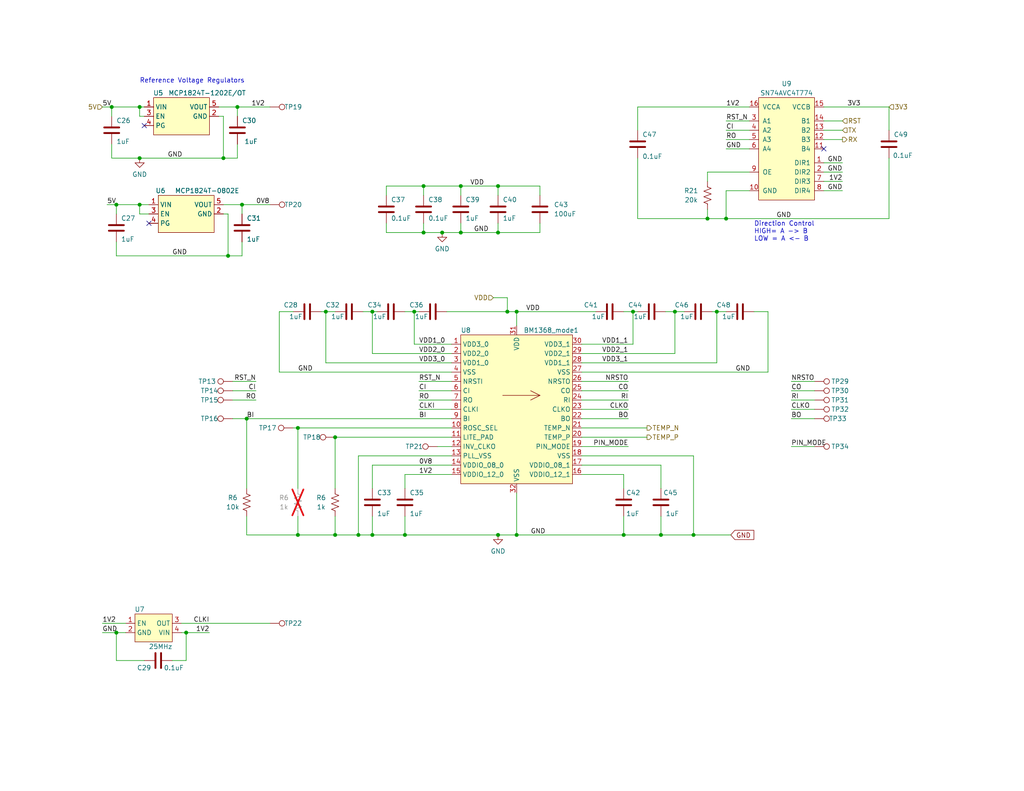
<source format=kicad_sch>
(kicad_sch (version 20231120) (generator "eeschema") (generator_version "8.0")
  (paper "A")
  (title_block (title "bitaxeSupra") (date "2024-04-07") (rev "402"))
  (lib_symbols
    (symbol "Connector:TestPoint" (pin_numbers hide) (pin_names (offset 0.762) hide)
      (property "Reference" "TP" (at 0 6.858 0))
      (property "Value" "TestPoint" (at 0 5.08 0))
      (symbol "TestPoint_0_1"
        (circle (center 0 3.302) (radius 0.762))
      )
      (symbol "TestPoint_1_1"
        (pin passive line (at 0 0 90) (length 2.54) (name "1") (number "1"))
      )
    )
    (symbol "Device:C" (pin_numbers hide) (pin_names (offset 0.254))
      (property "Reference" "C" (at 0.635 2.54 0))
      (property "Value" "C" (at 0.635 -2.54 0))
      (symbol "C_0_1"
        (polyline (pts (xy -2.032 -0.762) (xy 2.032 -0.762)) (stroke (width 0.508)))
        (polyline (pts (xy -2.032 0.762) (xy 2.032 0.762)) (stroke (width 0.508)))
      )
      (symbol "C_1_1"
        (pin passive line (at 0 3.81 270) (length 2.794) (name "~") (number "1"))
        (pin passive line (at 0 -3.81 90) (length 2.794) (name "~") (number "2"))
      )
    )
    (symbol "Device:R_US" (pin_numbers hide) (pin_names (offset 0))
      (property "Reference" "R" (at 2.54 0 90))
      (property "Value" "R_US" (at -2.54 0 90))
      (symbol "R_US_0_1"
        (polyline (pts (xy 0 -2.286) (xy 0 -2.54)))
        (polyline (pts (xy 0 2.286) (xy 0 2.54)))
        (polyline (pts (xy 0 -0.762) (xy 1.016 -1.143) (xy 0 -1.524) (xy -1.016 -1.905) (xy 0 -2.286)))
        (polyline (pts (xy 0 0.762) (xy 1.016 0.381) (xy 0 0) (xy -1.016 -0.381) (xy 0 -0.762)))
        (polyline (pts (xy 0 2.286) (xy 1.016 1.905) (xy 0 1.524) (xy -1.016 1.143) (xy 0 0.762)))
      )
      (symbol "R_US_1_1"
        (pin passive line (at 0 3.81 270) (length 1.27) (name "~") (number "1"))
        (pin passive line (at 0 -3.81 90) (length 1.27) (name "~") (number "2"))
      )
    )
    (symbol "MCP1824_1"
      (property "Reference" "U" (at -7.62 5.08 0))
      (property "Value" "MCP1824_1" (at 5.08 5.08 0))
      (symbol "MCP1824_1_0_1"
        (rectangle (start -7.62 3.81) (end 7.62 -6.35) (stroke (width 0.1524)) (fill (type background)))
      )
      (symbol "MCP1824_1_1_0"
        (pin bidirectional line (at -10.16 1.27 0) (length 2.54) (name "VIN") (number "1"))
        (pin bidirectional line (at 10.16 -1.27 180) (length 2.54) (name "GND") (number "2"))
        (pin bidirectional line (at -10.16 -1.27 0) (length 2.54) (name "EN") (number "3"))
        (pin bidirectional line (at -10.16 -3.81 0) (length 2.54) (name "PG") (number "4"))
        (pin bidirectional line (at 10.16 1.27 180) (length 2.54) (name "VOUT") (number "5"))
      )
    )
    (symbol "bitaxe:BM1368_mode1"
      (property "Reference" "U4" (at -15.24 21.59 0))
      (property "Value" "BM1368_mode1" (at 1.905 21.59 0))
      (symbol "BM1368_mode1_0_1"
        (rectangle (start -15.24 20.32) (end 15.24 -20.32) (fill (type background)))
        (polyline (pts (xy -3.81 3.81) (xy 6.35 3.81)))
        (polyline (pts (xy 3.81 2.54) (xy 6.35 3.81)))
        (polyline (pts (xy 3.81 5.08) (xy 6.35 3.81)))
      )
      (symbol "BM1368_mode1_1_1"
        (pin power_in line (at -17.78 17.78 0) (length 2.54) (name "VDD3_0") (number "1"))
        (pin unspecified line (at -17.78 -5.08 0) (length 2.54) (name "ROSC_SEL") (number "10"))
        (pin unspecified line (at -17.78 -7.62 0) (length 2.54) (name "LITE_PAD") (number "11"))
        (pin unspecified line (at -17.78 -10.16 0) (length 2.54) (name "INV_CLKO") (number "12"))
        (pin power_in line (at -17.78 -12.7 0) (length 2.54) (name "PLL_VSS") (number "13"))
        (pin power_in line (at -17.78 -15.24 0) (length 2.54) (name "VDDIO_08_0") (number "14"))
        (pin power_in line (at -17.78 -17.78 0) (length 2.54) (name "VDDIO_12_0") (number "15"))
        (pin power_in line (at 17.78 -17.78 180) (length 2.54) (name "VDDIO_12_1") (number "16"))
        (pin power_in line (at 17.78 -15.24 180) (length 2.54) (name "VDDIO_08_1") (number "17"))
        (pin power_in line (at 17.78 -12.7 180) (length 2.54) (name "VSS") (number "18"))
        (pin input line (at 17.78 -10.16 180) (length 2.54) (name "PIN_MODE") (number "19"))
        (pin power_in line (at -17.78 15.24 0) (length 2.54) (name "VDD2_0") (number "2"))
        (pin unspecified line (at 17.78 -7.62 180) (length 2.54) (name "TEMP_P") (number "20"))
        (pin unspecified line (at 17.78 -5.08 180) (length 2.54) (name "TEMP_N") (number "21"))
        (pin output line (at 17.78 -2.54 180) (length 2.54) (name "BO") (number "22"))
        (pin output line (at 17.78 0 180) (length 2.54) (name "CLKO") (number "23"))
        (pin input line (at 17.78 2.54 180) (length 2.54) (name "RI") (number "24"))
        (pin output line (at 17.78 5.08 180) (length 2.54) (name "CO") (number "25"))
        (pin output line (at 17.78 7.62 180) (length 2.54) (name "NRSTO") (number "26"))
        (pin power_in line (at 17.78 10.16 180) (length 2.54) (name "VSS") (number "27"))
        (pin power_in line (at 17.78 12.7 180) (length 2.54) (name "VDD1_1") (number "28"))
        (pin power_in line (at 17.78 15.24 180) (length 2.54) (name "VDD2_1") (number "29"))
        (pin power_in line (at -17.78 12.7 0) (length 2.54) (name "VDD1_0") (number "3"))
        (pin power_in line (at 17.78 17.78 180) (length 2.54) (name "VDD3_1") (number "30"))
        (pin power_in line (at 0 22.86 270) (length 2.54) (name "VDD") (number "31"))
        (pin power_in line (at 0 -22.86 90) (length 2.54) (name "VSS") (number "32"))
        (pin power_in line (at -17.78 10.16 0) (length 2.54) (name "VSS") (number "4"))
        (pin input line (at -17.78 7.62 0) (length 2.54) (name "NRSTI") (number "5"))
        (pin input line (at -17.78 5.08 0) (length 2.54) (name "CI") (number "6"))
        (pin output line (at -17.78 2.54 0) (length 2.54) (name "RO") (number "7"))
        (pin input line (at -17.78 0 0) (length 2.54) (name "CLKI") (number "8"))
        (pin input line (at -17.78 -2.54 0) (length 2.54) (name "BI") (number "9"))
      )
    )
    (symbol "bitaxe:MCP1824"
      (property "Reference" "U" (at -7.62 5.08 0))
      (property "Value" "MCP1824" (at 5.08 5.08 0))
      (symbol "MCP1824_0_1"
        (rectangle (start -7.62 3.81) (end 7.62 -6.35) (stroke (width 0.1524)) (fill (type background)))
      )
      (symbol "MCP1824_1_0"
        (pin bidirectional line (at -10.16 1.27 0) (length 2.54) (name "VIN") (number "1"))
        (pin bidirectional line (at 10.16 -1.27 180) (length 2.54) (name "GND") (number "2"))
        (pin bidirectional line (at -10.16 -1.27 0) (length 2.54) (name "EN") (number "3"))
        (pin bidirectional line (at -10.16 -3.81 0) (length 2.54) (name "PG") (number "4"))
        (pin bidirectional line (at 10.16 1.27 180) (length 2.54) (name "VOUT") (number "5"))
      )
    )
    (symbol "bitaxe:SN74AVC4T774" (pin_names (offset 1.016))
      (property "Reference" "U" (at -6.35 12.7 0))
      (property "Value" "SN74AVC4T774" (at -7.62 -19.05 0))
      (symbol "SN74AVC4T774_0_0"
        (rectangle (start -7.62 11.43) (end 7.62 -16.51) (stroke (width 0.1524)) (fill (type background)))
      )
      (symbol "SN74AVC4T774_1_0"
        (pin input line (at 10.16 -6.35 180) (length 2.54) (name "DIR1") (number "1"))
        (pin power_in line (at -10.16 -13.97 0) (length 2.54) (name "GND") (number "10"))
        (pin bidirectional line (at 10.16 -2.54 180) (length 2.54) (name "B4") (number "11"))
        (pin bidirectional line (at 10.16 0 180) (length 2.54) (name "B3") (number "12"))
        (pin bidirectional line (at 10.16 2.54 180) (length 2.54) (name "B2") (number "13"))
        (pin bidirectional line (at 10.16 5.08 180) (length 2.54) (name "B1") (number "14"))
        (pin power_in line (at 10.16 8.89 180) (length 2.54) (name "VCCB") (number "15"))
        (pin power_in line (at -10.16 8.89 0) (length 2.54) (name "VCCA") (number "16"))
        (pin input line (at 10.16 -8.89 180) (length 2.54) (name "DIR2") (number "2"))
        (pin bidirectional line (at -10.16 5.08 0) (length 2.54) (name "A1") (number "3"))
        (pin bidirectional line (at -10.16 2.54 0) (length 2.54) (name "A2") (number "4"))
        (pin bidirectional line (at -10.16 0 0) (length 2.54) (name "A3") (number "5"))
        (pin bidirectional line (at -10.16 -2.54 0) (length 2.54) (name "A4") (number "6"))
        (pin input line (at 10.16 -11.43 180) (length 2.54) (name "DIR3") (number "7"))
        (pin input line (at 10.16 -13.97 180) (length 2.54) (name "DIR4") (number "8"))
        (pin input line (at -10.16 -8.89 0) (length 2.54) (name "OE") (number "9"))
      )
    )
    (symbol "bitaxe:oscillator"
      (property "Reference" "U" (at -3.81 5.08 0))
      (property "Value" "oscillator" (at 0 -5.08 0))
      (symbol "oscillator_0_1"
        (rectangle (start -5.08 3.81) (end 5.08 -3.81) (stroke (width 0.1524)) (fill (type background)))
      )
      (symbol "oscillator_1_0"
        (pin bidirectional line (at -7.62 1.27 0) (length 2.54) (name "EN") (number "1"))
        (pin bidirectional line (at -7.62 -1.27 0) (length 2.54) (name "GND") (number "2"))
        (pin bidirectional line (at 7.62 1.27 180) (length 2.54) (name "OUT") (number "3"))
        (pin bidirectional line (at 7.62 -1.27 180) (length 2.54) (name "VIN") (number "4"))
      )
    )
    (symbol "power:GND" (power) (pin_names (offset 0))
      (property "Value" "GND" (at 0 -3.81 0))
      (symbol "GND_0_1"
        (polyline (pts (xy 0 0) (xy 0 -1.27) (xy 1.27 -1.27) (xy 0 -2.54) (xy -1.27 -1.27) (xy 0 -1.27)))
      )
      (symbol "GND_1_1"
        (pin power_in line (at 0 0 270) (length 0) hide (name "GND") (number "1"))
      )
    )
  )
  (junction (at 180.34 146.05))
  (junction (at 184.15 85.09))
  (junction (at 115.57 63.5) (diameter 0.9144))
  (junction (at 38.1 43.18))
  (junction (at 67.31 114.3))
  (junction (at 30.48 29.21) (diameter 0.9144))
  (junction (at 125.73 50.8) (diameter 0.9144))
  (junction (at 135.89 50.8))
  (junction (at 38.1 55.88))
  (junction (at 135.89 63.5))
  (junction (at 81.28 116.84))
  (junction (at 120.65 63.5))
  (junction (at 62.23 69.85) (diameter 0.9144))
  (junction (at 101.6 85.09))
  (junction (at 101.6 146.05))
  (junction (at 91.44 119.38))
  (junction (at 113.03 85.09))
  (junction (at 97.79 146.05))
  (junction (at 110.49 146.05))
  (junction (at 64.77 29.21) (diameter 0.9144))
  (junction (at 189.23 146.05))
  (junction (at 50.8 172.72))
  (junction (at 138.43 85.09))
  (junction (at 135.89 146.05))
  (junction (at 91.44 146.05))
  (junction (at 31.75 55.88) (diameter 0.9144))
  (junction (at 125.73 63.5) (diameter 0.9144))
  (junction (at 198.12 59.69))
  (junction (at 170.18 146.05))
  (junction (at 172.72 85.09))
  (junction (at 81.28 146.05))
  (junction (at 60.96 43.18) (diameter 0.9144))
  (junction (at 195.58 85.09))
  (junction (at 38.1 29.21))
  (junction (at 88.9 85.09))
  (junction (at 193.04 59.69))
  (junction (at 140.97 85.09))
  (junction (at 31.75 172.72))
  (junction (at 115.57 50.8) (diameter 0.9144))
  (junction (at 140.97 146.05))
  (junction (at 66.04 55.88) (diameter 0.9144))
  (no_connect (at 40.64 60.96))
  (no_connect (at 224.79 40.64))
  (no_connect (at 39.37 34.29))
  (wire (pts (xy 31.75 180.34) (xy 31.75 172.72)))
  (wire (pts (xy 180.34 146.05) (xy 189.23 146.05)))
  (wire (pts (xy 101.6 127) (xy 123.19 127)))
  (wire (pts (xy 105.41 60.96) (xy 105.41 63.5)))
  (wire (pts (xy 110.49 129.54) (xy 110.49 133.35)))
  (wire (pts (xy 242.57 29.21) (xy 242.57 35.56)))
  (wire (pts (xy 88.9 99.06) (xy 88.9 85.09)))
  (wire (pts (xy 198.12 59.69) (xy 242.57 59.69)))
  (wire (pts (xy 140.97 134.62) (xy 140.97 146.05)))
  (wire (pts (xy 134.62 81.28) (xy 138.43 81.28)))
  (wire (pts (xy 91.44 140.97) (xy 91.44 146.05)))
  (wire (pts (xy 215.9 114.3) (xy 222.25 114.3)))
  (wire (pts (xy 125.73 53.34) (xy 125.73 50.8)))
  (wire (pts (xy 115.57 63.5) (xy 105.41 63.5)))
  (wire (pts (xy 195.58 99.06) (xy 195.58 85.09)))
  (wire (pts (xy 198.12 52.07) (xy 198.12 59.69)))
  (wire (pts (xy 114.3 104.14) (xy 123.19 104.14)))
  (wire (pts (xy 110.49 85.09) (xy 113.03 85.09)))
  (wire (pts (xy 113.03 85.09) (xy 114.3 85.09)))
  (wire (pts (xy 158.75 121.92) (xy 171.45 121.92)))
  (wire (pts (xy 64.77 39.37) (xy 64.77 43.18)))
  (wire (pts (xy 158.75 124.46) (xy 189.23 124.46)))
  (wire (pts (xy 158.75 93.98) (xy 172.72 93.98)))
  (wire (pts (xy 81.28 146.05) (xy 91.44 146.05)))
  (wire (pts (xy 60.96 31.75) (xy 59.69 31.75)))
  (wire (pts (xy 31.75 55.88) (xy 38.1 55.88)))
  (wire (pts (xy 158.75 104.14) (xy 171.45 104.14)))
  (wire (pts (xy 88.9 85.09) (xy 91.44 85.09)))
  (wire (pts (xy 101.6 127) (xy 101.6 133.35)))
  (wire (pts (xy 76.2 101.6) (xy 76.2 85.09)))
  (wire (pts (xy 101.6 146.05) (xy 110.49 146.05)))
  (wire (pts (xy 162.56 85.09) (xy 140.97 85.09)))
  (wire (pts (xy 184.15 85.09) (xy 186.69 85.09)))
  (wire (pts (xy 46.99 180.34) (xy 50.8 180.34)))
  (wire (pts (xy 209.55 85.09) (xy 205.74 85.09)))
  (wire (pts (xy 115.57 53.34) (xy 115.57 50.8)))
  (wire (pts (xy 189.23 124.46) (xy 189.23 146.05)))
  (wire (pts (xy 99.06 85.09) (xy 101.6 85.09)))
  (wire (pts (xy 62.23 58.42) (xy 60.96 58.42)))
  (wire (pts (xy 135.89 60.96) (xy 135.89 63.5)))
  (wire (pts (xy 193.04 59.69) (xy 193.04 57.15)))
  (wire (pts (xy 242.57 43.18) (xy 242.57 59.69)))
  (wire (pts (xy 180.34 127) (xy 180.34 133.35)))
  (wire (pts (xy 64.77 43.18) (xy 60.96 43.18)))
  (wire (pts (xy 31.75 66.04) (xy 31.75 69.85)))
  (wire (pts (xy 158.75 109.22) (xy 171.45 109.22)))
  (wire (pts (xy 172.72 93.98) (xy 172.72 85.09)))
  (wire (pts (xy 50.8 172.72) (xy 57.15 172.72)))
  (wire (pts (xy 147.32 60.96) (xy 147.32 63.5)))
  (wire (pts (xy 158.75 96.52) (xy 184.15 96.52)))
  (wire (pts (xy 31.75 55.88) (xy 31.75 58.42)))
  (wire (pts (xy 67.31 140.97) (xy 67.31 146.05)))
  (wire (pts (xy 209.55 101.6) (xy 209.55 85.09)))
  (wire (pts (xy 62.23 69.85) (xy 31.75 69.85)))
  (wire (pts (xy 66.04 66.04) (xy 66.04 69.85)))
  (wire (pts (xy 224.79 35.56) (xy 229.87 35.56)))
  (wire (pts (xy 66.04 55.88) (xy 73.66 55.88)))
  (wire (pts (xy 215.9 106.68) (xy 222.25 106.68)))
  (wire (pts (xy 81.28 140.97) (xy 81.28 146.05)))
  (wire (pts (xy 50.8 180.34) (xy 50.8 172.72)))
  (wire (pts (xy 135.89 50.8) (xy 147.32 50.8)))
  (wire (pts (xy 113.03 93.98) (xy 123.19 93.98)))
  (wire (pts (xy 66.04 69.85) (xy 62.23 69.85)))
  (wire (pts (xy 67.31 114.3) (xy 123.19 114.3)))
  (wire (pts (xy 38.1 58.42) (xy 38.1 55.88)))
  (wire (pts (xy 114.3 106.68) (xy 123.19 106.68)))
  (wire (pts (xy 30.48 39.37) (xy 30.48 43.18)))
  (wire (pts (xy 38.1 29.21) (xy 39.37 29.21)))
  (wire (pts (xy 115.57 60.96) (xy 115.57 63.5)))
  (wire (pts (xy 121.92 85.09) (xy 138.43 85.09)))
  (wire (pts (xy 120.65 63.5) (xy 115.57 63.5)))
  (wire (pts (xy 62.23 58.42) (xy 62.23 69.85)))
  (wire (pts (xy 87.63 85.09) (xy 88.9 85.09)))
  (wire (pts (xy 91.44 119.38) (xy 91.44 133.35)))
  (wire (pts (xy 158.75 99.06) (xy 195.58 99.06)))
  (wire (pts (xy 123.19 101.6) (xy 76.2 101.6)))
  (wire (pts (xy 101.6 96.52) (xy 123.19 96.52)))
  (wire (pts (xy 81.28 116.84) (xy 123.19 116.84)))
  (wire (pts (xy 88.9 99.06) (xy 123.19 99.06)))
  (wire (pts (xy 138.43 81.28) (xy 138.43 85.09)))
  (wire (pts (xy 158.75 127) (xy 180.34 127)))
  (wire (pts (xy 38.1 31.75) (xy 39.37 31.75)))
  (wire (pts (xy 97.79 124.46) (xy 97.79 146.05)))
  (wire (pts (xy 215.9 121.92) (xy 222.25 121.92)))
  (wire (pts (xy 125.73 60.96) (xy 125.73 63.5)))
  (wire (pts (xy 224.79 38.1) (xy 229.87 38.1)))
  (wire (pts (xy 81.28 146.05) (xy 67.31 146.05)))
  (wire (pts (xy 181.61 85.09) (xy 184.15 85.09)))
  (wire (pts (xy 31.75 172.72) (xy 34.29 172.72)))
  (wire (pts (xy 193.04 46.99) (xy 193.04 49.53)))
  (wire (pts (xy 224.79 46.99) (xy 229.87 46.99)))
  (wire (pts (xy 158.75 129.54) (xy 170.18 129.54)))
  (wire (pts (xy 101.6 140.97) (xy 101.6 146.05)))
  (wire (pts (xy 158.75 114.3) (xy 171.45 114.3)))
  (wire (pts (xy 215.9 111.76) (xy 222.25 111.76)))
  (wire (pts (xy 224.79 29.21) (xy 242.57 29.21)))
  (wire (pts (xy 158.75 106.68) (xy 171.45 106.68)))
  (wire (pts (xy 38.1 55.88) (xy 40.64 55.88)))
  (wire (pts (xy 158.75 101.6) (xy 209.55 101.6)))
  (wire (pts (xy 198.12 35.56) (xy 204.47 35.56)))
  (wire (pts (xy 60.96 31.75) (xy 60.96 43.18)))
  (wire (pts (xy 110.49 129.54) (xy 123.19 129.54)))
  (wire (pts (xy 110.49 140.97) (xy 110.49 146.05)))
  (wire (pts (xy 204.47 46.99) (xy 193.04 46.99)))
  (wire (pts (xy 105.41 53.34) (xy 105.41 50.8)))
  (wire (pts (xy 60.96 55.88) (xy 66.04 55.88)))
  (wire (pts (xy 63.5 106.68) (xy 69.85 106.68)))
  (wire (pts (xy 170.18 140.97) (xy 170.18 146.05)))
  (wire (pts (xy 198.12 33.02) (xy 204.47 33.02)))
  (wire (pts (xy 195.58 85.09) (xy 198.12 85.09)))
  (wire (pts (xy 170.18 85.09) (xy 172.72 85.09)))
  (wire (pts (xy 30.48 29.21) (xy 38.1 29.21)))
  (wire (pts (xy 27.94 29.21) (xy 30.48 29.21)))
  (wire (pts (xy 224.79 44.45) (xy 229.87 44.45)))
  (wire (pts (xy 158.75 116.84) (xy 176.53 116.84)))
  (wire (pts (xy 30.48 29.21) (xy 30.48 31.75)))
  (wire (pts (xy 27.94 170.18) (xy 34.29 170.18)))
  (wire (pts (xy 125.73 63.5) (xy 120.65 63.5)))
  (wire (pts (xy 123.19 119.38) (xy 91.44 119.38)))
  (wire (pts (xy 38.1 58.42) (xy 40.64 58.42)))
  (wire (pts (xy 119.38 121.92) (xy 123.19 121.92)))
  (wire (pts (xy 173.99 43.18) (xy 173.99 59.69)))
  (wire (pts (xy 101.6 96.52) (xy 101.6 85.09)))
  (wire (pts (xy 173.99 29.21) (xy 204.47 29.21)))
  (wire (pts (xy 29.21 55.88) (xy 31.75 55.88)))
  (wire (pts (xy 224.79 33.02) (xy 229.87 33.02)))
  (wire (pts (xy 224.79 49.53) (xy 229.87 49.53)))
  (wire (pts (xy 101.6 85.09) (xy 102.87 85.09)))
  (wire (pts (xy 189.23 146.05) (xy 199.39 146.05)))
  (wire (pts (xy 115.57 50.8) (xy 125.73 50.8)))
  (wire (pts (xy 59.69 29.21) (xy 64.77 29.21)))
  (wire (pts (xy 173.99 59.69) (xy 193.04 59.69)))
  (wire (pts (xy 49.53 172.72) (xy 50.8 172.72)))
  (wire (pts (xy 76.2 85.09) (xy 80.01 85.09)))
  (wire (pts (xy 215.9 109.22) (xy 222.25 109.22)))
  (wire (pts (xy 170.18 129.54) (xy 170.18 133.35)))
  (wire (pts (xy 97.79 146.05) (xy 101.6 146.05)))
  (wire (pts (xy 198.12 38.1) (xy 204.47 38.1)))
  (wire (pts (xy 114.3 109.22) (xy 123.19 109.22)))
  (wire (pts (xy 194.31 85.09) (xy 195.58 85.09)))
  (wire (pts (xy 27.94 172.72) (xy 31.75 172.72)))
  (wire (pts (xy 158.75 119.38) (xy 176.53 119.38)))
  (wire (pts (xy 198.12 40.64) (xy 204.47 40.64)))
  (wire (pts (xy 64.77 29.21) (xy 64.77 31.75)))
  (wire (pts (xy 38.1 43.18) (xy 30.48 43.18)))
  (wire (pts (xy 135.89 53.34) (xy 135.89 50.8)))
  (wire (pts (xy 67.31 114.3) (xy 67.31 133.35)))
  (wire (pts (xy 170.18 146.05) (xy 180.34 146.05)))
  (wire (pts (xy 140.97 85.09) (xy 140.97 88.9)))
  (wire (pts (xy 113.03 85.09) (xy 113.03 93.98)))
  (wire (pts (xy 140.97 146.05) (xy 170.18 146.05)))
  (wire (pts (xy 198.12 59.69) (xy 193.04 59.69)))
  (wire (pts (xy 66.04 55.88) (xy 66.04 58.42)))
  (wire (pts (xy 147.32 53.34) (xy 147.32 50.8)))
  (wire (pts (xy 64.77 29.21) (xy 73.66 29.21)))
  (wire (pts (xy 110.49 146.05) (xy 135.89 146.05)))
  (wire (pts (xy 38.1 31.75) (xy 38.1 29.21)))
  (wire (pts (xy 114.3 111.76) (xy 123.19 111.76)))
  (wire (pts (xy 173.99 29.21) (xy 173.99 35.56)))
  (wire (pts (xy 224.79 52.07) (xy 229.87 52.07)))
  (wire (pts (xy 135.89 146.05) (xy 140.97 146.05)))
  (wire (pts (xy 123.19 124.46) (xy 97.79 124.46)))
  (wire (pts (xy 81.28 116.84) (xy 81.28 133.35)))
  (wire (pts (xy 125.73 50.8) (xy 135.89 50.8)))
  (wire (pts (xy 172.72 85.09) (xy 173.99 85.09)))
  (wire (pts (xy 215.9 104.14) (xy 222.25 104.14)))
  (wire (pts (xy 63.5 109.22) (xy 69.85 109.22)))
  (wire (pts (xy 91.44 146.05) (xy 97.79 146.05)))
  (wire (pts (xy 105.41 50.8) (xy 115.57 50.8)))
  (wire (pts (xy 39.37 180.34) (xy 31.75 180.34)))
  (wire (pts (xy 204.47 52.07) (xy 198.12 52.07)))
  (wire (pts (xy 184.15 96.52) (xy 184.15 85.09)))
  (wire (pts (xy 158.75 111.76) (xy 171.45 111.76)))
  (wire (pts (xy 135.89 63.5) (xy 125.73 63.5)))
  (wire (pts (xy 63.5 114.3) (xy 67.31 114.3)))
  (wire (pts (xy 49.53 170.18) (xy 73.66 170.18)))
  (wire (pts (xy 80.01 116.84) (xy 81.28 116.84)))
  (wire (pts (xy 63.5 104.14) (xy 69.85 104.14)))
  (wire (pts (xy 138.43 85.09) (xy 140.97 85.09)))
  (wire (pts (xy 180.34 140.97) (xy 180.34 146.05)))
  (wire (pts (xy 60.96 43.18) (xy 38.1 43.18)))
  (wire (pts (xy 135.89 63.5) (xy 147.32 63.5)))
  (text "Reference Voltage Regulators" (at 38.1 22.86 0) (effects (font (size 1.27 1.27)) (justify left bottom)))
  (text "Direction Control\nHIGH= A -> B\nLOW = A <- B" (at 205.74 66.04 0) (effects (font (size 1.27 1.27)) (justify left bottom)))
  (label "GND" (at 45.72 43.18 0))
  (label "RST_N" (at 69.85 104.14 180))
  (label "GND" (at 229.87 46.99 180))
  (label "1V2" (at 114.3 129.54 0))
  (label "1V2" (at 68.58 29.21 0))
  (label "BI" (at 67.31 114.3 0))
  (label "GND" (at 27.94 172.72 0))
  (label "CLKO" (at 171.45 111.76 180))
  (label "RST_N" (at 114.3 104.14 0))
  (label "5V" (at 29.21 55.88 0))
  (label "RO" (at 114.3 109.22 0))
  (label "0V8" (at 69.85 55.88 0))
  (label "CO" (at 215.9 106.68 0))
  (label "GND" (at 144.78 146.05 0))
  (label "BO" (at 215.9 114.3 0))
  (label "GND" (at 198.12 40.64 0))
  (label "5V" (at 27.94 29.21 0))
  (label "CI" (at 198.12 35.56 0))
  (label "GND" (at 229.87 52.07 180))
  (label "PIN_MODE" (at 215.9 121.92 0))
  (label "1V2" (at 229.87 49.53 180))
  (label "CI" (at 69.85 106.68 180))
  (label "1V2" (at 27.94 170.18 0))
  (label "RO" (at 198.12 38.1 0))
  (label "NRSTO" (at 215.9 104.14 0))
  (label "PIN_MODE" (at 171.45 121.92 180))
  (label "0V8" (at 114.3 127 0))
  (label "GND" (at 46.99 69.85 0))
  (label "VDD3_1" (at 171.45 99.06 180))
  (label "VDD2_1" (at 171.45 96.52 180))
  (label "RI" (at 215.9 109.22 0))
  (label "RST_N" (at 198.12 33.02 0))
  (label "CLKI" (at 114.3 111.76 0))
  (label "1V2" (at 198.12 29.21 0))
  (label "CO" (at 171.45 106.68 180))
  (label "VDD1_0" (at 114.3 93.98 0))
  (label "VDD3_0" (at 114.3 99.06 0))
  (label "CLKO" (at 215.9 111.76 0))
  (label "CLKI" (at 57.15 170.18 180))
  (label "3V3" (at 231.14 29.21 0))
  (label "RO" (at 69.85 109.22 180))
  (label "VDD1_1" (at 171.45 93.98 180))
  (label "GND" (at 81.28 101.6 0))
  (label "VDD" (at 143.51 85.09 0))
  (label "BO" (at 171.45 114.3 180))
  (label "GND" (at 215.9 59.69 180))
  (label "RI" (at 171.45 109.22 180))
  (label "1V2" (at 57.15 172.72 180))
  (label "VDD2_0" (at 114.3 96.52 0))
  (label "NRSTO" (at 171.45 104.14 180))
  (label "GND" (at 200.66 101.6 0))
  (label "GND" (at 133.35 63.5 180))
  (label "GND" (at 229.87 44.45 180))
  (label "CI" (at 114.3 106.68 0))
  (label "VDD" (at 128.27 50.8 0))
  (label "BI" (at 114.3 114.3 0))
  (global_label "GND" (shape input) (at 199.39 146.05 0) (property "Intersheetrefs" "${INTERSHEET_REFS}" (effects (hide yes))))
  (hierarchical_label "5V" (shape input) (at 27.94 29.21 180))
  (hierarchical_label "TEMP_N" (shape output) (at 176.53 116.84 0))
  (hierarchical_label "3V3" (shape input) (at 242.57 29.21 0))
  (hierarchical_label "TX" (shape input) (at 229.87 35.56 0))
  (hierarchical_label "RX" (shape output) (at 229.87 38.1 0))
  (hierarchical_label "VDD" (shape input) (at 134.62 81.28 180))
  (hierarchical_label "RST" (shape input) (at 229.87 33.02 0))
  (hierarchical_label "TEMP_P" (shape output) (at 176.53 119.38 0))
  (symbol (lib_id "Device:C") (at 64.77 35.56 0) (unit 1)
    (property "Reference" "C30" (at 66.04 33.655 0) (effects (justify left bottom)))
    (property "Value" "1uF" (at 66.675 39.37 0) (effects (justify left bottom)))
    (property "Footprint" "Capacitor_SMD:C_0402_1005Metric" (effects (hide yes)))
    (property "DK" "587-5514-1-ND" (effects (hide yes)))
    (property "PARTNO" "EMK105BJ105MV-F" (effects (hide yes)))
  )
  (symbol (lib_id "Device:C") (at 30.48 35.56 0) (unit 1)
    (property "Reference" "C26" (at 31.75 33.655 0) (effects (justify left bottom)))
    (property "Value" "1uF" (at 31.75 39.37 0) (effects (justify left bottom)))
    (property "Footprint" "Capacitor_SMD:C_0402_1005Metric" (effects (hide yes)))
    (property "DK" "587-5514-1-ND" (effects (hide yes)))
    (property "PARTNO" "EMK105BJ105MV-F" (effects (hide yes)))
  )
  (symbol (lib_id "Device:C") (at 125.73 57.15 0) (unit 1)
    (property "Reference" "C39" (at 127 55.245 0) (effects (justify left bottom)))
    (property "Value" "1uF" (at 127 60.325 0) (effects (justify left bottom)))
    (property "Footprint" "Capacitor_SMD:C_0402_1005Metric" (effects (hide yes)))
    (property "DK" "587-5514-1-ND" (effects (hide yes)))
    (property "PARTNO" "EMK105BJ105MV-F" (effects (hide yes)))
  )
  (symbol (lib_id "Device:C") (at 118.11 85.09 90) (unit 1)
    (property "Reference" "C36" (at 115.57 82.55 90) (effects (justify left bottom)))
    (property "Value" "1uF" (at 116.84 85.725 90) (effects (justify left bottom)))
    (property "Footprint" "Capacitor_SMD:C_0402_1005Metric" (effects (hide yes)))
    (property "DK" "587-5514-1-ND" (effects (hide yes)))
    (property "PARTNO" "EMK105BJ105MV-F" (effects (hide yes)))
  )
  (symbol (lib_id "Connector:TestPoint") (at 222.25 114.3 270) (unit 1) (in_bom no)
    (property "Reference" "TP33" (at 228.6 114.3 90))
    (property "Value" "TestPoint" (effects (hide yes)))
    (property "Footprint" "TestPoint:TestPoint_Pad_D1.5mm" (effects (hide yes)))
  )
  (symbol (lib_id "Device:C") (at 115.57 57.15 0) (unit 1)
    (property "Reference" "C38" (at 116.84 55.245 0) (effects (justify left bottom)))
    (property "Value" "0.1uF" (at 116.84 60.325 0) (effects (justify left bottom)))
    (property "Footprint" "Capacitor_SMD:C_0402_1005Metric" (effects (hide yes)))
    (property "DK" "1276-1234-1-ND" (effects (hide yes)))
    (property "PARTNO" "CL05A104KO5NNNC" (effects (hide yes)))
  )
  (symbol (lib_id "Connector:TestPoint") (at 222.25 109.22 270) (unit 1) (in_bom no)
    (property "Reference" "TP31" (at 229.235 109.22 90))
    (property "Value" "TestPoint" (effects (hide yes)))
    (property "Footprint" "TestPoint:TestPoint_Pad_D1.5mm" (effects (hide yes)))
  )
  (symbol (lib_id "Connector:TestPoint") (at 222.25 111.76 270) (unit 1) (in_bom no)
    (property "Reference" "TP32" (at 229.235 111.76 90))
    (property "Value" "TestPoint" (effects (hide yes)))
    (property "Footprint" "TestPoint:TestPoint_Pad_D1.5mm" (effects (hide yes)))
  )
  (symbol (lib_id "Device:C") (at 190.5 85.09 90) (unit 1)
    (property "Reference" "C46" (at 187.96 82.55 90) (effects (justify left bottom)))
    (property "Value" "1uF" (at 189.23 85.725 90) (effects (justify left bottom)))
    (property "Footprint" "Capacitor_SMD:C_0402_1005Metric" (effects (hide yes)))
    (property "DK" "587-5514-1-ND" (effects (hide yes)))
    (property "PARTNO" "EMK105BJ105MV-F" (effects (hide yes)))
  )
  (symbol (lib_id "Device:C") (at 201.93 85.09 90) (unit 1)
    (property "Reference" "C48" (at 199.39 82.55 90) (effects (justify left bottom)))
    (property "Value" "1uF" (at 200.66 85.725 90) (effects (justify left bottom)))
    (property "Footprint" "Capacitor_SMD:C_0402_1005Metric" (effects (hide yes)))
    (property "DK" "587-5514-1-ND" (effects (hide yes)))
    (property "PARTNO" "EMK105BJ105MV-F" (effects (hide yes)))
  )
  (symbol (lib_id "Device:C") (at 43.18 180.34 90) (unit 1)
    (property "Reference" "C29" (at 41.275 181.61 90) (effects (justify left bottom)))
    (property "Value" "0.1uF" (at 50.165 181.61 90) (effects (justify left bottom)))
    (property "Footprint" "Capacitor_SMD:C_0402_1005Metric" (effects (hide yes)))
    (property "DK" "1276-1234-1-ND" (effects (hide yes)))
    (property "PARTNO" "CL05A104KO5NNNC" (effects (hide yes)))
  )
  (symbol (lib_id "power:GND") (at 135.89 146.05 0) (mirror y) (unit 1)
    (property "Reference" "#PWR02" (effects (hide yes)))
    (property "Value" "GND" (at 135.89 150.495 0))
  )
  (symbol (lib_id "Device:C") (at 105.41 57.15 0) (unit 1)
    (property "Reference" "C37" (at 106.68 55.245 0) (effects (justify left bottom)))
    (property "Value" "0.1uF" (at 106.68 60.325 0) (effects (justify left bottom)))
    (property "Footprint" "Capacitor_SMD:C_0402_1005Metric" (effects (hide yes)))
    (property "DK" "1276-1234-1-ND" (effects (hide yes)))
    (property "PARTNO" "CL05A104KO5NNNC" (effects (hide yes)))
  )
  (symbol (lib_id "Device:C") (at 177.8 85.09 90) (unit 1)
    (property "Reference" "C44" (at 175.26 82.55 90) (effects (justify left bottom)))
    (property "Value" "1uF" (at 176.53 85.725 90) (effects (justify left bottom)))
    (property "Footprint" "Capacitor_SMD:C_0402_1005Metric" (effects (hide yes)))
    (property "DK" "587-5514-1-ND" (effects (hide yes)))
    (property "PARTNO" "EMK105BJ105MV-F" (effects (hide yes)))
  )
  (symbol (lib_id "Device:R_US") (at 193.04 53.34 180) (unit 1)
    (property "Reference" "R21" (at 188.595 52.07 0))
    (property "Value" "20k" (at 188.595 54.61 0))
    (property "Footprint" "Resistor_SMD:R_0402_1005Metric" (effects (hide yes)))
    (property "DK" "311-20.0KLRCT-ND" (effects (hide yes)))
    (property "PARTNO" "RC0402FR-0720KL" (effects (hide yes)))
  )
  (symbol (lib_id "Device:R_US") (at 81.28 137.16 180) (unit 1) (dnp yes)
    (property "Reference" "R6" (at 77.47 135.89 0))
    (property "Value" "1k" (at 77.47 138.43 0))
    (property "Footprint" "Resistor_SMD:R_0402_1005Metric" (effects (hide yes)))
    (property "DK" "311-1.00KLRCT-ND" (effects (hide yes)))
    (property "PARTNO" "RC0402FR-071KL" (effects (hide yes)))
  )
  (symbol (lib_id "Device:C") (at 101.6 137.16 0) (unit 1)
    (property "Reference" "C33" (at 102.87 135.255 0) (effects (justify left bottom)))
    (property "Value" "1uF" (at 102.87 140.97 0) (effects (justify left bottom)))
    (property "Footprint" "Capacitor_SMD:C_0402_1005Metric" (effects (hide yes)))
    (property "DK" "587-5514-1-ND" (effects (hide yes)))
    (property "PARTNO" "EMK105BJ105MV-F" (effects (hide yes)))
  )
  (symbol (lib_id "Connector:TestPoint") (at 73.66 55.88 270) (mirror x) (unit 1) (in_bom no)
    (property "Reference" "TP20" (at 80.01 55.88 90))
    (property "Value" "TestPoint" (effects (hide yes)))
    (property "Footprint" "TestPoint:TestPoint_Pad_D1.5mm" (effects (hide yes)))
  )
  (symbol (lib_id "Device:C") (at 166.37 85.09 90) (unit 1)
    (property "Reference" "C41" (at 163.195 82.55 90) (effects (justify left bottom)))
    (property "Value" "1uF" (at 165.1 85.725 90) (effects (justify left bottom)))
    (property "Footprint" "Capacitor_SMD:C_0402_1005Metric" (effects (hide yes)))
    (property "DK" "587-5514-1-ND" (effects (hide yes)))
    (property "PARTNO" "EMK105BJ105MV-F" (effects (hide yes)))
  )
  (symbol (lib_id "Device:R_US") (at 91.44 137.16 180) (unit 1)
    (property "Reference" "R6" (at 87.63 135.89 0))
    (property "Value" "1k" (at 87.63 138.43 0))
    (property "Footprint" "Resistor_SMD:R_0402_1005Metric" (effects (hide yes)))
    (property "DK" "311-1.00KLRCT-ND" (effects (hide yes)))
    (property "PARTNO" "RC0402FR-071KL" (effects (hide yes)))
  )
  (symbol (lib_id "Device:C") (at 242.57 39.37 0) (unit 1)
    (property "Reference" "C49" (at 243.84 37.465 0) (effects (justify left bottom)))
    (property "Value" "0.1uF" (at 243.586 43.18 0) (effects (justify left bottom)))
    (property "Footprint" "Capacitor_SMD:C_0402_1005Metric" (effects (hide yes)))
    (property "DK" "1276-1234-1-ND" (effects (hide yes)))
    (property "PARTNO" "CL05A104KO5NNNC" (effects (hide yes)))
  )
  (symbol (lib_id "bitaxe:SN74AVC4T774") (at 214.63 38.1 0) (unit 1)
    (property "Reference" "U9" (at 214.63 22.86 0))
    (property "Value" "SN74AVC4T774" (at 214.63 25.4 0))
    (property "Footprint" "Package_SO:TSSOP-16_4.4x5mm_P0.65mm" (effects (hide yes)))
    (property "Datasheet" "https://www.ti.com/lit/ds/symlink/sn74avc4t774.pdf" (effects (hide yes)))
    (property "DK" "296-24739-1-ND" (effects (hide yes)))
    (property "PARTNO" "SN74AVC4T774PWR" (effects (hide yes)))
  )
  (symbol (lib_id "Device:C") (at 147.32 57.15 0) (unit 1)
    (property "Reference" "C43" (at 151.13 55.8799 0) (effects (justify left)))
    (property "Value" "100uF" (at 151.13 58.4199 0) (effects (justify left)))
    (property "Footprint" "Capacitor_SMD:C_1206_3216Metric" (effects (hide yes)))
    (property "Description" "Unpolarized capacitor" (effects (hide yes)))
    (property "DK" "1276-1782-2-ND" (effects (hide yes)))
    (property "PARTNO" "CL31A107MQHNNNE" (effects (hide yes)))
  )
  (symbol (lib_name "MCP1824_1") (lib_id "bitaxe:MCP1824") (at 50.8 57.15 0) (unit 1)
    (property "Reference" "U6" (at 43.815 52.07 0))
    (property "Value" "MCP1824T-0802E" (at 56.515 52.07 0))
    (property "Footprint" "Package_TO_SOT_SMD:SOT-23-5" (effects (hide yes)))
    (property "Datasheet" "https://ww1.microchip.com/downloads/en/DeviceDoc/22070a.pdf" (effects (hide yes)))
    (property "PARTNO" "MCP1824T-0802E/OT" (effects (hide yes)))
    (property "DK" "MCP1824T-0802E/OTCT-ND" (effects (hide yes)))
  )
  (symbol (lib_id "Connector:TestPoint") (at 91.44 119.38 90) (unit 1) (in_bom no)
    (property "Reference" "TP18" (at 85.09 119.38 90))
    (property "Value" "TestPoint" (effects (hide yes)))
    (property "Footprint" "TestPoint:TestPoint_Pad_D1.5mm" (effects (hide yes)))
  )
  (symbol (lib_id "Connector:TestPoint") (at 119.38 121.92 90) (unit 1) (in_bom no)
    (property "Reference" "TP21" (at 113.03 121.92 90))
    (property "Value" "TestPoint" (effects (hide yes)))
    (property "Footprint" "TestPoint:TestPoint_Pad_D1.5mm" (effects (hide yes)))
  )
  (symbol (lib_id "Device:C") (at 83.82 85.09 90) (unit 1)
    (property "Reference" "C28" (at 81.28 82.55 90) (effects (justify left bottom)))
    (property "Value" "1uF" (at 82.55 85.725 90) (effects (justify left bottom)))
    (property "Footprint" "Capacitor_SMD:C_0402_1005Metric" (effects (hide yes)))
    (property "DK" "587-5514-1-ND" (effects (hide yes)))
    (property "PARTNO" "EMK105BJ105MV-F" (effects (hide yes)))
  )
  (symbol (lib_id "power:GND") (at 120.65 63.5 0) (mirror y) (unit 1)
    (property "Reference" "#PWR03" (effects (hide yes)))
    (property "Value" "GND" (at 120.65 67.945 0))
  )
  (symbol (lib_id "Device:C") (at 180.34 137.16 0) (unit 1)
    (property "Reference" "C45" (at 180.975 135.255 0) (effects (justify left bottom)))
    (property "Value" "1uF" (at 181.61 140.97 0) (effects (justify left bottom)))
    (property "Footprint" "Capacitor_SMD:C_0402_1005Metric" (effects (hide yes)))
    (property "DK" "587-5514-1-ND" (effects (hide yes)))
    (property "PARTNO" "EMK105BJ105MV-F" (effects (hide yes)))
  )
  (symbol (lib_id "Connector:TestPoint") (at 63.5 109.22 90) (unit 1) (in_bom no)
    (property "Reference" "TP15" (at 57.15 109.22 90))
    (property "Value" "TestPoint" (effects (hide yes)))
    (property "Footprint" "TestPoint:TestPoint_Pad_D1.5mm" (effects (hide yes)))
  )
  (symbol (lib_id "power:GND") (at 38.1 43.18 0) (mirror y) (unit 1)
    (property "Reference" "#PWR01" (effects (hide yes)))
    (property "Value" "GND" (at 38.1 47.625 0))
  )
  (symbol (lib_id "Device:C") (at 170.18 137.16 0) (unit 1)
    (property "Reference" "C42" (at 170.815 135.255 0) (effects (justify left bottom)))
    (property "Value" "1uF" (at 170.815 140.97 0) (effects (justify left bottom)))
    (property "Footprint" "Capacitor_SMD:C_0402_1005Metric" (effects (hide yes)))
    (property "DK" "587-5514-1-ND" (effects (hide yes)))
    (property "PARTNO" "EMK105BJ105MV-F" (effects (hide yes)))
  )
  (symbol (lib_id "Connector:TestPoint") (at 73.66 170.18 270) (unit 1) (in_bom no)
    (property "Reference" "TP22" (at 80.01 170.18 90))
    (property "Value" "TestPoint" (effects (hide yes)))
    (property "Footprint" "TestPoint:TestPoint_Pad_D1.5mm" (effects (hide yes)))
  )
  (symbol (lib_id "bitaxe:BM1368_mode1") (at 140.97 111.76 0) (unit 1)
    (property "Reference" "U8" (at 125.73 90.17 0) (effects (justify left)))
    (property "Value" "BM1368_mode1" (at 142.875 90.17 0) (effects (justify left)))
    (property "Footprint" "bitaxe:BM1368" (effects (hide yes)))
  )
  (symbol (lib_id "Device:R_US") (at 67.31 137.16 180) (unit 1)
    (property "Reference" "R6" (at 63.5 135.89 0))
    (property "Value" "10k" (at 63.5 138.43 0))
    (property "Footprint" "Resistor_SMD:R_0402_1005Metric" (effects (hide yes)))
    (property "DK" "311-10KJRCT-ND" (effects (hide yes)))
    (property "PARTNO" "RC0402JR-0710KL" (effects (hide yes)))
  )
  (symbol (lib_id "Connector:TestPoint") (at 63.5 106.68 90) (unit 1) (in_bom no)
    (property "Reference" "TP14" (at 57.15 106.68 90))
    (property "Value" "TestPoint" (effects (hide yes)))
    (property "Footprint" "TestPoint:TestPoint_Pad_D1.5mm" (effects (hide yes)))
  )
  (symbol (lib_id "Device:C") (at 95.25 85.09 90) (unit 1)
    (property "Reference" "C32" (at 92.71 82.55 90) (effects (justify left bottom)))
    (property "Value" "1uF" (at 93.98 85.725 90) (effects (justify left bottom)))
    (property "Footprint" "Capacitor_SMD:C_0402_1005Metric" (effects (hide yes)))
    (property "DK" "587-5514-1-ND" (effects (hide yes)))
    (property "PARTNO" "EMK105BJ105MV-F" (effects (hide yes)))
  )
  (symbol (lib_id "Connector:TestPoint") (at 80.01 116.84 90) (unit 1) (in_bom no)
    (property "Reference" "TP17" (at 73.025 116.84 90))
    (property "Value" "TestPoint" (effects (hide yes)))
    (property "Footprint" "TestPoint:TestPoint_Pad_D1.5mm" (effects (hide yes)))
  )
  (symbol (lib_id "Connector:TestPoint") (at 222.25 121.92 270) (unit 1) (in_bom no)
    (property "Reference" "TP34" (at 229.235 121.92 90))
    (property "Value" "TestPoint" (effects (hide yes)))
    (property "Footprint" "TestPoint:TestPoint_Pad_D1.5mm" (effects (hide yes)))
  )
  (symbol (lib_id "Connector:TestPoint") (at 63.5 114.3 90) (unit 1) (in_bom no)
    (property "Reference" "TP16" (at 57.15 114.3 90))
    (property "Value" "TestPoint" (effects (hide yes)))
    (property "Footprint" "TestPoint:TestPoint_Pad_D1.5mm" (effects (hide yes)))
  )
  (symbol (lib_id "Connector:TestPoint") (at 73.66 29.21 270) (mirror x) (unit 1) (in_bom no)
    (property "Reference" "TP19" (at 80.01 29.21 90))
    (property "Value" "TestPoint" (effects (hide yes)))
    (property "Footprint" "TestPoint:TestPoint_Pad_D1.5mm" (effects (hide yes)))
  )
  (symbol (lib_id "bitaxe:oscillator") (at 41.91 171.45 0) (unit 1)
    (property "Reference" "U7" (at 38.1 166.37 0))
    (property "Value" "25MHz" (at 43.815 176.53 0))
    (property "Footprint" "bitaxe:SMD3225-4P" (effects (hide yes)))
    (property "PARTNO" "SX3M25.000E20F30THN" (effects (hide yes)))
    (property "LCSC" "C5137262" (effects (hide yes)))
  )
  (symbol (lib_id "bitaxe:MCP1824") (at 49.53 30.48 0) (unit 1)
    (property "Reference" "U5" (at 43.18 25.4 0))
    (property "Value" "MCP1824T-1202E/OT" (at 56.515 25.4 0))
    (property "Footprint" "Package_TO_SOT_SMD:SOT-23-5" (effects (hide yes)))
    (property "Datasheet" "https://ww1.microchip.com/downloads/en/DeviceDoc/22070a.pdf" (effects (hide yes)))
    (property "PARTNO" "MCP1824T-1202E/OT" (effects (hide yes)))
    (property "DK" "MCP1824T-1202E/OTCT-ND" (effects (hide yes)))
  )
  (symbol (lib_id "Device:C") (at 31.75 62.23 0) (unit 1)
    (property "Reference" "C27" (at 33.02 60.325 0) (effects (justify left bottom)))
    (property "Value" "1uF" (at 33.02 66.04 0) (effects (justify left bottom)))
    (property "Footprint" "Capacitor_SMD:C_0402_1005Metric" (effects (hide yes)))
    (property "DK" "587-5514-1-ND" (effects (hide yes)))
    (property "PARTNO" "EMK105BJ105MV-F" (effects (hide yes)))
  )
  (symbol (lib_id "Device:C") (at 106.68 85.09 90) (unit 1)
    (property "Reference" "C34" (at 104.14 82.55 90) (effects (justify left bottom)))
    (property "Value" "1uF" (at 105.41 85.725 90) (effects (justify left bottom)))
    (property "Footprint" "Capacitor_SMD:C_0402_1005Metric" (effects (hide yes)))
    (property "DK" "587-5514-1-ND" (effects (hide yes)))
    (property "PARTNO" "EMK105BJ105MV-F" (effects (hide yes)))
  )
  (symbol (lib_id "Device:C") (at 173.99 39.37 0) (unit 1)
    (property "Reference" "C47" (at 175.26 37.465 0) (effects (justify left bottom)))
    (property "Value" "0.1uF" (at 175.26 43.434 0) (effects (justify left bottom)))
    (property "Footprint" "Capacitor_SMD:C_0402_1005Metric" (effects (hide yes)))
    (property "DK" "1276-1234-1-ND" (effects (hide yes)))
    (property "PARTNO" "CL05A104KO5NNNC" (effects (hide yes)))
  )
  (symbol (lib_id "Connector:TestPoint") (at 222.25 106.68 270) (unit 1) (in_bom no)
    (property "Reference" "TP30" (at 229.235 106.68 90))
    (property "Value" "TestPoint" (effects (hide yes)))
    (property "Footprint" "TestPoint:TestPoint_Pad_D1.5mm" (effects (hide yes)))
  )
  (symbol (lib_id "Device:C") (at 110.49 137.16 0) (unit 1)
    (property "Reference" "C35" (at 111.76 135.255 0) (effects (justify left bottom)))
    (property "Value" "1uF" (at 111.76 140.97 0) (effects (justify left bottom)))
    (property "Footprint" "Capacitor_SMD:C_0402_1005Metric" (effects (hide yes)))
    (property "DK" "587-5514-1-ND" (effects (hide yes)))
    (property "PARTNO" "EMK105BJ105MV-F" (effects (hide yes)))
  )
  (symbol (lib_id "Device:C") (at 66.04 62.23 0) (unit 1)
    (property "Reference" "C31" (at 67.31 60.325 0) (effects (justify left bottom)))
    (property "Value" "1uF" (at 67.31 66.04 0) (effects (justify left bottom)))
    (property "Footprint" "Capacitor_SMD:C_0402_1005Metric" (effects (hide yes)))
    (property "DK" "587-5514-1-ND" (effects (hide yes)))
    (property "PARTNO" "EMK105BJ105MV-F" (effects (hide yes)))
  )
  (symbol (lib_id "Device:C") (at 135.89 57.15 0) (unit 1)
    (property "Reference" "C40" (at 137.16 55.245 0) (effects (justify left bottom)))
    (property "Value" "1uF" (at 137.16 60.325 0) (effects (justify left bottom)))
    (property "Footprint" "Capacitor_SMD:C_0402_1005Metric" (effects (hide yes)))
    (property "DK" "587-5514-1-ND" (effects (hide yes)))
    (property "PARTNO" "EMK105BJ105MV-F" (effects (hide yes)))
  )
  (symbol (lib_id "Connector:TestPoint") (at 63.5 104.14 90) (unit 1) (in_bom no)
    (property "Reference" "TP13" (at 56.515 104.14 90))
    (property "Value" "TestPoint" (effects (hide yes)))
    (property "Footprint" "TestPoint:TestPoint_Pad_D1.5mm" (effects (hide yes)))
  )
  (symbol (lib_id "Connector:TestPoint") (at 222.25 104.14 270) (unit 1) (in_bom no)
    (property "Reference" "TP29" (at 229.235 104.14 90))
    (property "Value" "TestPoint" (effects (hide yes)))
    (property "Footprint" "TestPoint:TestPoint_Pad_D1.5mm" (effects (hide yes)))
  )
)
</source>
